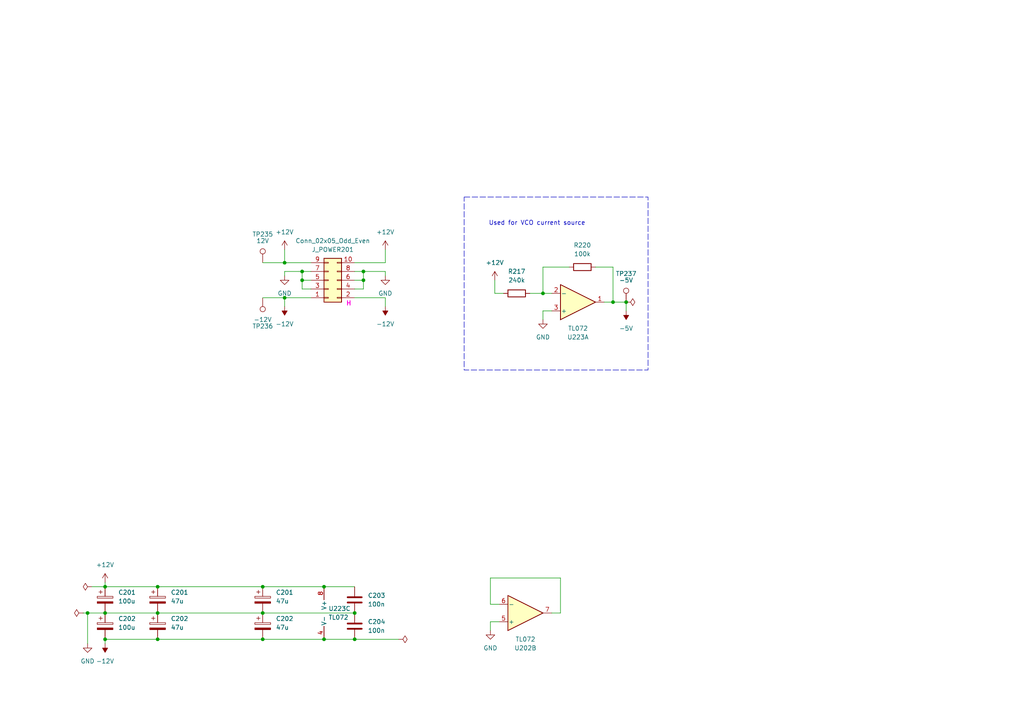
<source format=kicad_sch>
(kicad_sch (version 20231120) (generator "eeschema") (generator_version "8.0")
  (paper "A4")
  (title_block (title "Power"))
  (lib_symbols
    (symbol "Amplifier_Operational:TL072" (pin_names (offset 0.127))
      (property "Reference" "U" (at 0 5.08 0))
      (property "Value" "TL072" (at 0 -5.08 0))
      (symbol "TL072_1_1"
        (polyline (pts (xy -5.08 5.08) (xy 5.08 0) (xy -5.08 -5.08) (xy -5.08 5.08)) (stroke (width 0.254)) (fill (type background)))
        (pin output line (at 7.62 0 180) (length 2.54) (name "~") (number "1"))
        (pin input line (at -7.62 -2.54 0) (length 2.54) (name "-") (number "2"))
        (pin input line (at -7.62 2.54 0) (length 2.54) (name "+") (number "3"))
      )
      (symbol "TL072_2_1"
        (polyline (pts (xy -5.08 5.08) (xy 5.08 0) (xy -5.08 -5.08) (xy -5.08 5.08)) (stroke (width 0.254)) (fill (type background)))
        (pin input line (at -7.62 2.54 0) (length 2.54) (name "+") (number "5"))
        (pin input line (at -7.62 -2.54 0) (length 2.54) (name "-") (number "6"))
        (pin output line (at 7.62 0 180) (length 2.54) (name "~") (number "7"))
      )
      (symbol "TL072_3_1"
        (pin power_in line (at -2.54 -7.62 90) (length 3.81) (name "V-") (number "4"))
        (pin power_in line (at -2.54 7.62 270) (length 3.81) (name "V+") (number "8"))
      )
    )
    (symbol "Connector:TestPoint" (pin_numbers hide) (pin_names (offset 0.762) hide)
      (property "Reference" "TP" (at 0 6.858 0))
      (property "Value" "TestPoint" (at 0 5.08 0))
      (symbol "TestPoint_0_1"
        (circle (center 0 3.302) (radius 0.762))
      )
      (symbol "TestPoint_1_1"
        (pin passive line (at 0 0 90) (length 2.54) (name "1") (number "1"))
      )
    )
    (symbol "Connector_Generic:Conn_02x05_Odd_Even" (pin_names (offset 1.016) hide)
      (property "Reference" "J" (at 1.27 7.62 0))
      (property "Value" "Conn_02x05_Odd_Even" (at 1.27 -7.62 0))
      (symbol "Conn_02x05_Odd_Even_1_1"
        (rectangle (start -1.27 -4.953) (end 0 -5.207) (stroke (width 0.1524)))
        (rectangle (start -1.27 -2.413) (end 0 -2.667) (stroke (width 0.1524)))
        (rectangle (start -1.27 0.127) (end 0 -0.127) (stroke (width 0.1524)))
        (rectangle (start -1.27 2.667) (end 0 2.413) (stroke (width 0.1524)))
        (rectangle (start -1.27 5.207) (end 0 4.953) (stroke (width 0.1524)))
        (rectangle (start -1.27 6.35) (end 3.81 -6.35) (stroke (width 0.254)) (fill (type background)))
        (rectangle (start 3.81 -4.953) (end 2.54 -5.207) (stroke (width 0.1524)))
        (rectangle (start 3.81 -2.413) (end 2.54 -2.667) (stroke (width 0.1524)))
        (rectangle (start 3.81 0.127) (end 2.54 -0.127) (stroke (width 0.1524)))
        (rectangle (start 3.81 2.667) (end 2.54 2.413) (stroke (width 0.1524)))
        (rectangle (start 3.81 5.207) (end 2.54 4.953) (stroke (width 0.1524)))
        (pin passive line (at -5.08 5.08 0) (length 3.81) (name "Pin_1") (number "1"))
        (pin passive line (at 7.62 -5.08 180) (length 3.81) (name "Pin_10") (number "10"))
        (pin passive line (at 7.62 5.08 180) (length 3.81) (name "Pin_2") (number "2"))
        (pin passive line (at -5.08 2.54 0) (length 3.81) (name "Pin_3") (number "3"))
        (pin passive line (at 7.62 2.54 180) (length 3.81) (name "Pin_4") (number "4"))
        (pin passive line (at -5.08 0 0) (length 3.81) (name "Pin_5") (number "5"))
        (pin passive line (at 7.62 0 180) (length 3.81) (name "Pin_6") (number "6"))
        (pin passive line (at -5.08 -2.54 0) (length 3.81) (name "Pin_7") (number "7"))
        (pin passive line (at 7.62 -2.54 180) (length 3.81) (name "Pin_8") (number "8"))
        (pin passive line (at -5.08 -5.08 0) (length 3.81) (name "Pin_9") (number "9"))
      )
    )
    (symbol "Device:C" (pin_numbers hide) (pin_names (offset 0.254))
      (property "Reference" "C" (at 0.635 2.54 0))
      (property "Value" "C" (at 0.635 -2.54 0))
      (symbol "C_0_1"
        (polyline (pts (xy -2.032 -0.762) (xy 2.032 -0.762)) (stroke (width 0.508)))
        (polyline (pts (xy -2.032 0.762) (xy 2.032 0.762)) (stroke (width 0.508)))
      )
      (symbol "C_1_1"
        (pin passive line (at 0 3.81 270) (length 2.794) (name "~") (number "1"))
        (pin passive line (at 0 -3.81 90) (length 2.794) (name "~") (number "2"))
      )
    )
    (symbol "Device:C_Polarized" (pin_numbers hide) (pin_names (offset 0.254))
      (property "Reference" "C" (at 0.635 2.54 0))
      (property "Value" "C_Polarized" (at 0.635 -2.54 0))
      (symbol "C_Polarized_0_1"
        (rectangle (start -2.286 0.508) (end 2.286 1.016))
        (polyline (pts (xy -1.778 2.286) (xy -0.762 2.286)))
        (polyline (pts (xy -1.27 2.794) (xy -1.27 1.778)))
        (rectangle (start 2.286 -0.508) (end -2.286 -1.016) (fill (type outline)))
      )
      (symbol "C_Polarized_1_1"
        (pin passive line (at 0 3.81 270) (length 2.794) (name "~") (number "1"))
        (pin passive line (at 0 -3.81 90) (length 2.794) (name "~") (number "2"))
      )
    )
    (symbol "Device:R" (pin_numbers hide) (pin_names (offset 0))
      (property "Reference" "R" (at 2.032 0 90))
      (property "Value" "R" (at 0 0 90))
      (symbol "R_0_1"
        (rectangle (start -1.016 -2.54) (end 1.016 2.54) (stroke (width 0.254)))
      )
      (symbol "R_1_1"
        (pin passive line (at 0 3.81 270) (length 1.27) (name "~") (number "1"))
        (pin passive line (at 0 -3.81 90) (length 1.27) (name "~") (number "2"))
      )
    )
    (symbol "power:+12V" (power) (pin_names (offset 0))
      (property "Value" "+12V" (at 0 3.556 0))
      (symbol "+12V_0_1"
        (polyline (pts (xy -0.762 1.27) (xy 0 2.54)))
        (polyline (pts (xy 0 0) (xy 0 2.54)))
        (polyline (pts (xy 0 2.54) (xy 0.762 1.27)))
      )
      (symbol "+12V_1_1"
        (pin power_in line (at 0 0 90) (length 0) hide (name "+12V") (number "1"))
      )
    )
    (symbol "power:-12V" (power) (pin_names (offset 0))
      (property "Value" "-12V" (at 0 3.81 0))
      (symbol "-12V_0_0"
        (pin power_in line (at 0 0 90) (length 0) hide (name "-12V") (number "1"))
      )
      (symbol "-12V_0_1"
        (polyline (pts (xy 0 0) (xy 0 1.27) (xy 0.762 1.27) (xy 0 2.54) (xy -0.762 1.27) (xy 0 1.27)) (fill (type outline)))
      )
    )
    (symbol "power:-5V" (power) (pin_names (offset 0))
      (property "Value" "-5V" (at 0 3.81 0))
      (symbol "-5V_0_0"
        (pin power_in line (at 0 0 90) (length 0) hide (name "-5V") (number "1"))
      )
      (symbol "-5V_0_1"
        (polyline (pts (xy 0 0) (xy 0 1.27) (xy 0.762 1.27) (xy 0 2.54) (xy -0.762 1.27) (xy 0 1.27)) (fill (type outline)))
      )
    )
    (symbol "power:GND" (power) (pin_names (offset 0))
      (property "Value" "GND" (at 0 -3.81 0))
      (symbol "GND_0_1"
        (polyline (pts (xy 0 0) (xy 0 -1.27) (xy 1.27 -1.27) (xy 0 -2.54) (xy -1.27 -1.27) (xy 0 -1.27)))
      )
      (symbol "GND_1_1"
        (pin power_in line (at 0 0 270) (length 0) hide (name "GND") (number "1"))
      )
    )
    (symbol "power:PWR_FLAG" (power) (pin_numbers hide) (pin_names (offset 0) hide)
      (property "Value" "PWR_FLAG" (at 0 3.81 0))
      (symbol "PWR_FLAG_0_0"
        (pin power_out line (at 0 0 90) (length 0) (name "pwr") (number "1"))
      )
      (symbol "PWR_FLAG_0_1"
        (polyline (pts (xy 0 0) (xy 0 1.27) (xy -1.016 1.905) (xy 0 2.54) (xy 1.016 1.905) (xy 0 1.27)))
      )
    )
  )
  (junction (at 45.72 170.18))
  (junction (at 76.2 170.18))
  (junction (at 102.87 185.42))
  (junction (at 76.2 177.8))
  (junction (at 177.8 87.63))
  (junction (at 157.48 85.09))
  (junction (at 30.48 170.18))
  (junction (at 93.98 170.18))
  (junction (at 87.63 81.28))
  (junction (at 82.55 76.2))
  (junction (at 76.2 185.42))
  (junction (at 45.72 177.8))
  (junction (at 105.41 78.74))
  (junction (at 93.98 185.42))
  (junction (at 82.55 86.36))
  (junction (at 45.72 185.42))
  (junction (at 30.48 185.42))
  (junction (at 102.87 177.8))
  (junction (at 25.4 177.8))
  (junction (at 105.41 81.28))
  (junction (at 181.61 87.63))
  (junction (at 30.48 177.8))
  (junction (at 87.63 78.74))
  (wire (pts (xy 111.76 88.9) (xy 111.76 86.36)))
  (wire (pts (xy 93.98 185.42) (xy 102.87 185.42)))
  (wire (pts (xy 82.55 76.2) (xy 90.17 76.2)))
  (wire (pts (xy 76.2 86.36) (xy 82.55 86.36)))
  (wire (pts (xy 93.98 170.18) (xy 102.87 170.18)))
  (wire (pts (xy 82.55 80.01) (xy 82.55 78.74)))
  (wire (pts (xy 102.87 185.42) (xy 115.57 185.42)))
  (wire (pts (xy 111.76 80.01) (xy 111.76 78.74)))
  (wire (pts (xy 45.72 177.8) (xy 76.2 177.8)))
  (wire (pts (xy 25.4 177.8) (xy 30.48 177.8)))
  (wire (pts (xy 30.48 185.42) (xy 30.48 186.69)))
  (wire (pts (xy 76.2 170.18) (xy 93.98 170.18)))
  (wire (pts (xy 111.76 72.39) (xy 111.76 76.2)))
  (wire (pts (xy 142.24 175.26) (xy 142.24 167.64)))
  (wire (pts (xy 153.67 85.09) (xy 157.48 85.09)))
  (wire (pts (xy 105.41 78.74) (xy 111.76 78.74)))
  (wire (pts (xy 82.55 86.36) (xy 90.17 86.36)))
  (wire (pts (xy 157.48 90.17) (xy 157.48 92.71)))
  (wire (pts (xy 105.41 81.28) (xy 105.41 78.74)))
  (wire (pts (xy 157.48 85.09) (xy 160.02 85.09)))
  (wire (pts (xy 87.63 81.28) (xy 87.63 78.74)))
  (wire (pts (xy 162.56 167.64) (xy 162.56 177.8)))
  (wire (pts (xy 76.2 185.42) (xy 93.98 185.42)))
  (wire (pts (xy 162.56 177.8) (xy 160.02 177.8)))
  (wire (pts (xy 82.55 72.39) (xy 82.55 76.2)))
  (wire (pts (xy 143.51 81.28) (xy 143.51 85.09)))
  (wire (pts (xy 26.67 170.18) (xy 30.48 170.18)))
  (wire (pts (xy 82.55 88.9) (xy 82.55 86.36)))
  (wire (pts (xy 76.2 76.2) (xy 82.55 76.2)))
  (wire (pts (xy 142.24 167.64) (xy 162.56 167.64)))
  (wire (pts (xy 30.48 170.18) (xy 45.72 170.18)))
  (wire (pts (xy 177.8 87.63) (xy 175.26 87.63)))
  (wire (pts (xy 76.2 177.8) (xy 102.87 177.8)))
  (wire (pts (xy 181.61 90.17) (xy 181.61 87.63)))
  (wire (pts (xy 177.8 77.47) (xy 177.8 87.63)))
  (wire (pts (xy 165.1 77.47) (xy 157.48 77.47)))
  (wire (pts (xy 157.48 77.47) (xy 157.48 85.09)))
  (wire (pts (xy 87.63 83.82) (xy 87.63 81.28)))
  (wire (pts (xy 82.55 78.74) (xy 87.63 78.74)))
  (wire (pts (xy 102.87 81.28) (xy 105.41 81.28)))
  (wire (pts (xy 160.02 90.17) (xy 157.48 90.17)))
  (wire (pts (xy 87.63 78.74) (xy 90.17 78.74)))
  (wire (pts (xy 172.72 77.47) (xy 177.8 77.47)))
  (wire (pts (xy 105.41 78.74) (xy 102.87 78.74)))
  (wire (pts (xy 111.76 76.2) (xy 102.87 76.2)))
  (wire (pts (xy 144.78 175.26) (xy 142.24 175.26)))
  (wire (pts (xy 45.72 170.18) (xy 76.2 170.18)))
  (wire (pts (xy 142.24 182.88) (xy 142.24 180.34)))
  (wire (pts (xy 142.24 180.34) (xy 144.78 180.34)))
  (wire (pts (xy 24.13 177.8) (xy 25.4 177.8)))
  (wire (pts (xy 30.48 177.8) (xy 45.72 177.8)))
  (wire (pts (xy 143.51 85.09) (xy 146.05 85.09)))
  (wire (pts (xy 181.61 87.63) (xy 177.8 87.63)))
  (wire (pts (xy 90.17 83.82) (xy 87.63 83.82)))
  (wire (pts (xy 30.48 185.42) (xy 45.72 185.42)))
  (wire (pts (xy 30.48 168.91) (xy 30.48 170.18)))
  (wire (pts (xy 87.63 81.28) (xy 90.17 81.28)))
  (wire (pts (xy 25.4 186.69) (xy 25.4 177.8)))
  (wire (pts (xy 102.87 83.82) (xy 105.41 83.82)))
  (wire (pts (xy 111.76 86.36) (xy 102.87 86.36)))
  (wire (pts (xy 45.72 185.42) (xy 76.2 185.42)))
  (wire (pts (xy 105.41 83.82) (xy 105.41 81.28)))
  (rectangle (start 134.62 57.15) (end 187.96 107.315) (stroke (width 0) (type dash)))
  (text "H" (at 100.33 88.9 0) (effects (font (size 1.27 1.27) (thickness 0.254) (bold yes)) (justify left bottom)))
  (text "Used for VCO current source" (at 141.732 65.532 0) (effects (font (size 1.27 1.27)) (justify left bottom)))
  (symbol (lib_id "power:-12V") (at 111.76 88.9 180) (unit 1)
    (property "Reference" "#PWR0211" (effects (hide yes)))
    (property "Value" "-12V" (at 111.76 93.98 0))
  )
  (symbol (lib_id "Device:C_Polarized") (at 30.48 173.99 0) (unit 1)
    (property "Reference" "C201" (at 34.29 171.831 0) (effects (justify left)))
    (property "Value" "100u" (at 34.29 174.371 0) (effects (justify left)))
    (property "Footprint" "Capacitor_SMD:CP_Elec_6.3x7.7" (effects (hide yes)))
    (property "LCSC" "C134220" (effects (hide yes)))
    (instances (project "A-psu-voice-proto-4l" (path "" (reference "C201") (unit 1))) (project "core-rev-3" (path "" (reference "C201") (unit 1)) (path "" (reference "C260") (unit 1))) (project "hog-v2-voice-proto" (path "" (reference "C201") (unit 1))))
  )
  (symbol (lib_id "Amplifier_Operational:TL072") (at 96.52 177.8 0) (unit 3)
    (property "Reference" "U223" (at 95.25 176.53 0) (effects (justify left)))
    (property "Value" "TL072" (at 95.25 179.07 0) (effects (justify left)))
    (property "Footprint" "Package_SO:SOIC-8_3.9x4.9mm_P1.27mm" (effects (hide yes)))
    (property "Datasheet" "http://www.ti.com/lit/ds/symlink/tl071.pdf" (effects (hide yes)))
    (property "LCSC" "C6961" (effects (hide yes)))
  )
  (symbol (lib_id "Connector:TestPoint") (at 181.61 87.63 0) (unit 1) (in_bom no)
    (property "Reference" "TP237" (at 181.61 79.375 0))
    (property "Value" "-5V" (at 181.61 81.28 0))
    (property "Footprint" "TestPoint:TestPoint_THTPad_2.0x2.0mm_Drill1.0mm" (effects (hide yes)))
  )
  (symbol (lib_id "Connector:TestPoint") (at 76.2 76.2 0) (unit 1) (in_bom no)
    (property "Reference" "TP235" (at 76.2 67.945 0))
    (property "Value" "12V" (at 76.2 69.85 0))
    (property "Footprint" "TestPoint:TestPoint_THTPad_2.0x2.0mm_Drill1.0mm" (effects (hide yes)))
  )
  (symbol (lib_id "power:+12V") (at 82.55 72.39 0) (unit 1)
    (property "Reference" "#PWR0205" (effects (hide yes)))
    (property "Value" "+12V" (at 82.55 67.31 0))
  )
  (symbol (lib_id "Device:R") (at 168.91 77.47 90) (unit 1)
    (property "Reference" "R220" (at 168.91 71.12 90))
    (property "Value" "100k" (at 168.91 73.66 90))
    (property "Footprint" "Resistor_SMD:R_0603_1608Metric" (effects (hide yes)))
    (property "LCSC" "C25803" (effects (hide yes)))
    (instances (project "A-psu-voice-proto-4l" (path "" (reference "R220") (unit 1))) (project "core-rev-3" (path "" (reference "R219") (unit 1)) (path "" (reference "R301") (unit 1))) (project "hog-v2-voice-proto" (path "" (reference "R220") (unit 1))))
  )
  (symbol (lib_id "Amplifier_Operational:TL072") (at 152.4 177.8 0) (mirror x) (unit 2)
    (property "Reference" "U202" (at 152.4 187.96 0))
    (property "Value" "TL072" (at 152.4 185.42 0))
    (property "Footprint" "Package_SO:SOIC-8_3.9x4.9mm_P1.27mm" (effects (hide yes)))
    (property "Datasheet" "http://www.ti.com/lit/ds/symlink/tl071.pdf" (effects (hide yes)))
    (property "LCSC" "C6961" (effects (hide yes)))
    (instances (project "A-psu-voice-proto-4l" (path "" (reference "U202") (unit 2))) (project "core-rev-3" (path "" (reference "U202") (unit 2)) (path "" (reference "U223") (unit 2))) (project "hog-v2-voice-proto" (path "" (reference "U202") (unit 2))))
  )
  (symbol (lib_id "power:GND") (at 157.48 92.71 0) (unit 1)
    (property "Reference" "#PWR063" (effects (hide yes)))
    (property "Value" "GND" (at 157.48 97.79 0))
    (instances (project "A-psu-voice-proto-4l" (path "" (reference "#PWR063") (unit 1))) (project "core-rev-3" (path "" (reference "#PWR0225") (unit 1)) (path "" (reference "#PWR0343") (unit 1))) (project "hog-v2-voice-proto" (path "" (reference "#PWR0225") (unit 1))))
  )
  (symbol (lib_id "Device:C_Polarized") (at 76.2 173.99 0) (unit 1)
    (property "Reference" "C201" (at 80.01 171.831 0) (effects (justify left)))
    (property "Value" "47u" (at 80.01 174.371 0) (effects (justify left)))
    (property "Footprint" "Capacitor_SMD:CP_Elec_6.3x5.4" (effects (hide yes)))
    (property "LCSC" "C110229" (effects (hide yes)))
    (instances (project "A-psu-voice-proto-4l" (path "" (reference "C201") (unit 1))) (project "core-rev-3" (path "" (reference "C201") (unit 1)) (path "" (reference "C280") (unit 1))) (project "hog-v2-voice-proto" (path "" (reference "C201") (unit 1))))
  )
  (symbol (lib_id "Device:R") (at 149.86 85.09 90) (unit 1)
    (property "Reference" "R217" (at 149.86 78.74 90))
    (property "Value" "240k" (at 149.86 81.28 90))
    (property "Footprint" "Resistor_SMD:R_0603_1608Metric" (effects (hide yes)))
    (property "LCSC" "C2907016" (effects (hide yes)))
    (instances (project "A-psu-voice-proto-4l" (path "" (reference "R217") (unit 1))) (project "core-rev-3" (path "" (reference "R216") (unit 1)) (path "" (reference "R300") (unit 1))) (project "hog-v2-voice-proto" (path "" (reference "R217") (unit 1))))
  )
  (symbol (lib_id "power:GND") (at 111.76 80.01 0) (unit 1)
    (property "Reference" "#PWR0210" (effects (hide yes)))
    (property "Value" "GND" (at 111.76 85.09 0))
  )
  (symbol (lib_id "power:+12V") (at 143.51 81.28 0) (unit 1)
    (property "Reference" "#PWR060" (effects (hide yes)))
    (property "Value" "+12V" (at 143.51 76.2 0))
    (instances (project "A-psu-voice-proto-4l" (path "" (reference "#PWR060") (unit 1))) (project "core-rev-3" (path "" (reference "#PWR0220") (unit 1)) (path "" (reference "#PWR0341") (unit 1))) (project "hog-v2-voice-proto" (path "" (reference "#PWR0222") (unit 1))))
  )
  (symbol (lib_id "Device:C_Polarized") (at 45.72 181.61 0) (unit 1)
    (property "Reference" "C202" (at 49.53 179.451 0) (effects (justify left)))
    (property "Value" "47u" (at 49.53 181.991 0) (effects (justify left)))
    (property "Footprint" "Capacitor_SMD:CP_Elec_6.3x5.4" (effects (hide yes)))
    (property "LCSC" "C110229" (effects (hide yes)))
    (instances (project "A-psu-voice-proto-4l" (path "" (reference "C202") (unit 1))) (project "core-rev-3" (path "" (reference "C202") (unit 1)) (path "" (reference "C256") (unit 1))) (project "hog-v2-voice-proto" (path "" (reference "C202") (unit 1))))
  )
  (symbol (lib_id "power:GND") (at 142.24 182.88 0) (unit 1)
    (property "Reference" "#PWR0340" (effects (hide yes)))
    (property "Value" "GND" (at 142.24 187.96 0))
  )
  (symbol (lib_id "power:PWR_FLAG") (at 26.67 170.18 90) (unit 1)
    (property "Reference" "#FLG07" (effects (hide yes)))
    (property "Value" "PWR_FLAG" (effects (hide yes)))
    (instances (project "A-psu-voice-proto-4l" (path "" (reference "#FLG07") (unit 1))) (project "core-rev-3" (path "" (reference "#FLG0202") (unit 1)) (path "" (reference "#FLG0202") (unit 1))) (project "hog-v2-voice-proto" (path "" (reference "#FLG0202") (unit 1))))
  )
  (symbol (lib_id "power:GND") (at 25.4 186.69 0) (unit 1)
    (property "Reference" "#PWR039" (effects (hide yes)))
    (property "Value" "GND" (at 25.4 191.77 0))
    (instances (project "A-psu-voice-proto-4l" (path "" (reference "#PWR039") (unit 1))) (project "core-rev-3" (path "" (reference "#PWR0201") (unit 1)) (path "" (reference "#PWR0326") (unit 1))) (project "hog-v2-voice-proto" (path "" (reference "#PWR0201") (unit 1))))
  )
  (symbol (lib_id "Connector:TestPoint") (at 76.2 86.36 180) (unit 1) (in_bom no)
    (property "Reference" "TP236" (at 76.2 94.615 0))
    (property "Value" "-12V" (at 76.2 92.71 0))
    (property "Footprint" "TestPoint:TestPoint_THTPad_2.0x2.0mm_Drill1.0mm" (effects (hide yes)))
  )
  (symbol (lib_id "Device:C_Polarized") (at 30.48 181.61 0) (unit 1)
    (property "Reference" "C202" (at 34.29 179.451 0) (effects (justify left)))
    (property "Value" "100u" (at 34.29 181.991 0) (effects (justify left)))
    (property "Footprint" "Capacitor_SMD:CP_Elec_6.3x7.7" (effects (hide yes)))
    (property "LCSC" "C134220" (effects (hide yes)))
    (instances (project "A-psu-voice-proto-4l" (path "" (reference "C202") (unit 1))) (project "core-rev-3" (path "" (reference "C202") (unit 1)) (path "" (reference "C261") (unit 1))) (project "hog-v2-voice-proto" (path "" (reference "C202") (unit 1))))
  )
  (symbol (lib_id "power:PWR_FLAG") (at 24.13 177.8 90) (unit 1)
    (property "Reference" "#FLG06" (effects (hide yes)))
    (property "Value" "PWR_FLAG" (effects (hide yes)))
    (instances (project "A-psu-voice-proto-4l" (path "" (reference "#FLG06") (unit 1))) (project "core-rev-3" (path "" (reference "#FLG0201") (unit 1)) (path "" (reference "#FLG0201") (unit 1))) (project "hog-v2-voice-proto" (path "" (reference "#FLG0201") (unit 1))))
  )
  (symbol (lib_id "power:-12V") (at 82.55 88.9 180) (unit 1)
    (property "Reference" "#PWR0207" (effects (hide yes)))
    (property "Value" "-12V" (at 82.55 93.98 0))
  )
  (symbol (lib_id "Device:C") (at 102.87 181.61 0) (unit 1)
    (property "Reference" "C204" (at 106.68 180.34 0) (effects (justify left)))
    (property "Value" "100n" (at 106.68 182.88 0) (effects (justify left)))
    (property "Footprint" "Capacitor_SMD:C_0603_1608Metric" (effects (hide yes)))
    (property "LCSC" "C14663" (effects (hide yes)))
    (instances (project "A-psu-voice-proto-4l" (path "" (reference "C204") (unit 1))) (project "core-rev-3" (path "" (reference "C204") (unit 1)) (path "" (reference "C263") (unit 1))) (project "hog-v2-voice-proto" (path "" (reference "C204") (unit 1))))
  )
  (symbol (lib_id "Connector_Generic:Conn_02x05_Odd_Even") (at 95.25 81.28 0) (mirror x) (unit 1) (in_bom no)
    (property "Reference" "J_POWER201" (at 96.52 72.39 0))
    (property "Value" "Conn_02x05_Odd_Even" (at 96.52 69.85 0))
    (property "Footprint" "Connector_PinHeader_2.54mm:PinHeader_2x05_P2.54mm_Vertical" (effects (hide yes)))
  )
  (symbol (lib_id "Device:C") (at 102.87 173.99 0) (unit 1)
    (property "Reference" "C203" (at 106.68 172.72 0) (effects (justify left)))
    (property "Value" "100n" (at 106.68 175.26 0) (effects (justify left)))
    (property "Footprint" "Capacitor_SMD:C_0603_1608Metric" (effects (hide yes)))
    (property "LCSC" "C14663" (effects (hide yes)))
    (instances (project "A-psu-voice-proto-4l" (path "" (reference "C203") (unit 1))) (project "core-rev-3" (path "" (reference "C203") (unit 1)) (path "" (reference "C262") (unit 1))) (project "hog-v2-voice-proto" (path "" (reference "C203") (unit 1))))
  )
  (symbol (lib_id "power:+12V") (at 30.48 168.91 0) (unit 1)
    (property "Reference" "#PWR040" (effects (hide yes)))
    (property "Value" "+12V" (at 30.48 163.83 0))
    (instances (project "A-psu-voice-proto-4l" (path "" (reference "#PWR040") (unit 1))) (project "core-rev-3" (path "" (reference "#PWR0202") (unit 1)) (path "" (reference "#PWR0327") (unit 1))) (project "hog-v2-voice-proto" (path "" (reference "#PWR0202") (unit 1))))
  )
  (symbol (lib_id "power:-5V") (at 181.61 90.17 180) (unit 1)
    (property "Reference" "#PWR065" (effects (hide yes)))
    (property "Value" "-5V" (at 181.61 95.25 0))
    (instances (project "A-psu-voice-proto-4l" (path "" (reference "#PWR065") (unit 1))) (project "core-rev-3" (path "" (reference "#PWR0227") (unit 1)) (path "" (reference "#PWR0344") (unit 1))) (project "hog-v2-voice-proto" (path "" (reference "#PWR0227") (unit 1))))
  )
  (symbol (lib_id "power:GND") (at 82.55 80.01 0) (unit 1)
    (property "Reference" "#PWR0206" (effects (hide yes)))
    (property "Value" "GND" (at 82.55 85.09 0))
  )
  (symbol (lib_id "power:-12V") (at 30.48 186.69 180) (unit 1)
    (property "Reference" "#PWR041" (effects (hide yes)))
    (property "Value" "-12V" (at 30.48 191.77 0))
    (instances (project "A-psu-voice-proto-4l" (path "" (reference "#PWR041") (unit 1))) (project "core-rev-3" (path "" (reference "#PWR0203") (unit 1)) (path "" (reference "#PWR0328") (unit 1))) (project "hog-v2-voice-proto" (path "" (reference "#PWR0203") (unit 1))))
  )
  (symbol (lib_id "Device:C_Polarized") (at 45.72 173.99 0) (unit 1)
    (property "Reference" "C201" (at 49.53 171.831 0) (effects (justify left)))
    (property "Value" "47u" (at 49.53 174.371 0) (effects (justify left)))
    (property "Footprint" "Capacitor_SMD:CP_Elec_6.3x5.4" (effects (hide yes)))
    (property "LCSC" "C110229" (effects (hide yes)))
    (instances (project "A-psu-voice-proto-4l" (path "" (reference "C201") (unit 1))) (project "core-rev-3" (path "" (reference "C201") (unit 1)) (path "" (reference "C252") (unit 1))) (project "hog-v2-voice-proto" (path "" (reference "C201") (unit 1))))
  )
  (symbol (lib_id "power:PWR_FLAG") (at 181.61 87.63 270) (unit 1)
    (property "Reference" "#FLG08" (effects (hide yes)))
    (property "Value" "PWR_FLAG" (effects (hide yes)))
    (instances (project "A-psu-voice-proto-4l" (path "" (reference "#FLG08") (unit 1))) (project "core-rev-3" (path "" (reference "#FLG0203") (unit 1)) (path "" (reference "#FLG0204") (unit 1))) (project "hog-v2-voice-proto" (path "" (reference "#FLG0203") (unit 1))))
  )
  (symbol (lib_id "Device:C_Polarized") (at 76.2 181.61 0) (unit 1)
    (property "Reference" "C202" (at 80.01 179.451 0) (effects (justify left)))
    (property "Value" "47u" (at 80.01 181.991 0) (effects (justify left)))
    (property "Footprint" "Capacitor_SMD:CP_Elec_6.3x5.4" (effects (hide yes)))
    (property "LCSC" "C110229" (effects (hide yes)))
    (instances (project "A-psu-voice-proto-4l" (path "" (reference "C202") (unit 1))) (project "core-rev-3" (path "" (reference "C202") (unit 1)) (path "" (reference "C281") (unit 1))) (project "hog-v2-voice-proto" (path "" (reference "C202") (unit 1))))
  )
  (symbol (lib_id "power:PWR_FLAG") (at 115.57 185.42 270) (unit 1)
    (property "Reference" "#FLG08" (effects (hide yes)))
    (property "Value" "PWR_FLAG" (effects (hide yes)))
    (instances (project "A-psu-voice-proto-4l" (path "" (reference "#FLG08") (unit 1))) (project "core-rev-3" (path "" (reference "#FLG0203") (unit 1)) (path "" (reference "#FLG0203") (unit 1))) (project "hog-v2-voice-proto" (path "" (reference "#FLG0203") (unit 1))))
  )
  (symbol (lib_id "Amplifier_Operational:TL072") (at 167.64 87.63 0) (mirror x) (unit 1)
    (property "Reference" "U223" (at 167.64 97.79 0))
    (property "Value" "TL072" (at 167.64 95.25 0))
    (property "Footprint" "Package_SO:SOIC-8_3.9x4.9mm_P1.27mm" (effects (hide yes)))
    (property "Datasheet" "http://www.ti.com/lit/ds/symlink/tl071.pdf" (effects (hide yes)))
    (property "LCSC" "C6961" (effects (hide yes)))
  )
  (symbol (lib_id "power:+12V") (at 111.76 72.39 0) (unit 1)
    (property "Reference" "#PWR0209" (effects (hide yes)))
    (property "Value" "+12V" (at 111.76 67.31 0))
  )
)
</source>
